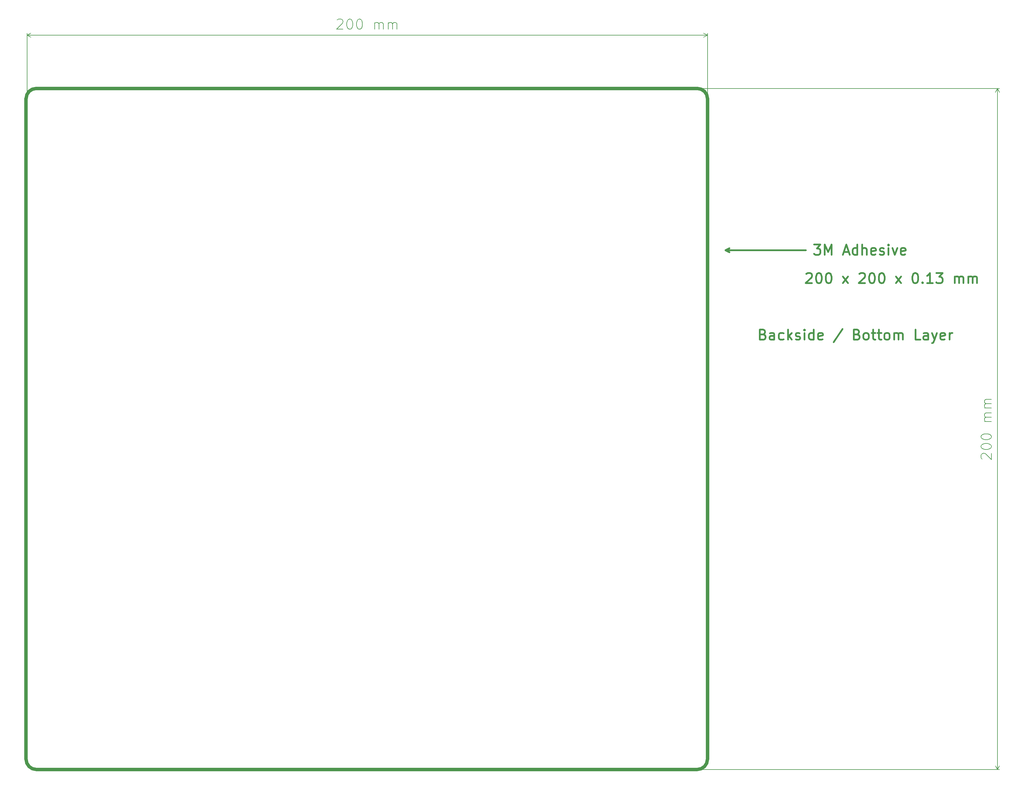
<source format=gbr>
%TF.GenerationSoftware,KiCad,Pcbnew,7.0.6*%
%TF.CreationDate,2023-11-21T01:28:58+00:00*%
%TF.ProjectId,HeatedBedFoil,48656174-6564-4426-9564-466f696c2e6b,rev?*%
%TF.SameCoordinates,Original*%
%TF.FileFunction,Other,User*%
%FSLAX46Y46*%
G04 Gerber Fmt 4.6, Leading zero omitted, Abs format (unit mm)*
G04 Created by KiCad (PCBNEW 7.0.6) date 2023-11-21 01:28:58*
%MOMM*%
%LPD*%
G01*
G04 APERTURE LIST*
%ADD10C,1.000000*%
%ADD11C,0.500000*%
%ADD12C,0.150000*%
G04 APERTURE END LIST*
D10*
X237000000Y-240000000D02*
X43000000Y-240000000D01*
X43000000Y-40000000D02*
G75*
G03*
X40000000Y-43000000I0J-3000000D01*
G01*
X40000000Y-237000000D02*
G75*
G03*
X43000000Y-240000000I3000000J0D01*
G01*
X237000000Y-240000000D02*
G75*
G03*
X240000000Y-237000000I0J3000000D01*
G01*
X43000000Y-40000000D02*
X237000000Y-40000000D01*
X40000000Y-237000000D02*
X40000000Y-43000000D01*
X240000000Y-43000000D02*
G75*
G03*
X237000000Y-40000000I-3000000J0D01*
G01*
X240000000Y-43000000D02*
X240000000Y-237000000D01*
D11*
X256343232Y-112235428D02*
X256771804Y-112378285D01*
X256771804Y-112378285D02*
X256914661Y-112521142D01*
X256914661Y-112521142D02*
X257057518Y-112806857D01*
X257057518Y-112806857D02*
X257057518Y-113235428D01*
X257057518Y-113235428D02*
X256914661Y-113521142D01*
X256914661Y-113521142D02*
X256771804Y-113664000D01*
X256771804Y-113664000D02*
X256486089Y-113806857D01*
X256486089Y-113806857D02*
X255343232Y-113806857D01*
X255343232Y-113806857D02*
X255343232Y-110806857D01*
X255343232Y-110806857D02*
X256343232Y-110806857D01*
X256343232Y-110806857D02*
X256628947Y-110949714D01*
X256628947Y-110949714D02*
X256771804Y-111092571D01*
X256771804Y-111092571D02*
X256914661Y-111378285D01*
X256914661Y-111378285D02*
X256914661Y-111664000D01*
X256914661Y-111664000D02*
X256771804Y-111949714D01*
X256771804Y-111949714D02*
X256628947Y-112092571D01*
X256628947Y-112092571D02*
X256343232Y-112235428D01*
X256343232Y-112235428D02*
X255343232Y-112235428D01*
X259628947Y-113806857D02*
X259628947Y-112235428D01*
X259628947Y-112235428D02*
X259486089Y-111949714D01*
X259486089Y-111949714D02*
X259200375Y-111806857D01*
X259200375Y-111806857D02*
X258628947Y-111806857D01*
X258628947Y-111806857D02*
X258343232Y-111949714D01*
X259628947Y-113664000D02*
X259343232Y-113806857D01*
X259343232Y-113806857D02*
X258628947Y-113806857D01*
X258628947Y-113806857D02*
X258343232Y-113664000D01*
X258343232Y-113664000D02*
X258200375Y-113378285D01*
X258200375Y-113378285D02*
X258200375Y-113092571D01*
X258200375Y-113092571D02*
X258343232Y-112806857D01*
X258343232Y-112806857D02*
X258628947Y-112664000D01*
X258628947Y-112664000D02*
X259343232Y-112664000D01*
X259343232Y-112664000D02*
X259628947Y-112521142D01*
X262343233Y-113664000D02*
X262057518Y-113806857D01*
X262057518Y-113806857D02*
X261486090Y-113806857D01*
X261486090Y-113806857D02*
X261200375Y-113664000D01*
X261200375Y-113664000D02*
X261057518Y-113521142D01*
X261057518Y-113521142D02*
X260914661Y-113235428D01*
X260914661Y-113235428D02*
X260914661Y-112378285D01*
X260914661Y-112378285D02*
X261057518Y-112092571D01*
X261057518Y-112092571D02*
X261200375Y-111949714D01*
X261200375Y-111949714D02*
X261486090Y-111806857D01*
X261486090Y-111806857D02*
X262057518Y-111806857D01*
X262057518Y-111806857D02*
X262343233Y-111949714D01*
X263628947Y-113806857D02*
X263628947Y-110806857D01*
X263914662Y-112664000D02*
X264771804Y-113806857D01*
X264771804Y-111806857D02*
X263628947Y-112949714D01*
X265914661Y-113664000D02*
X266200375Y-113806857D01*
X266200375Y-113806857D02*
X266771804Y-113806857D01*
X266771804Y-113806857D02*
X267057518Y-113664000D01*
X267057518Y-113664000D02*
X267200375Y-113378285D01*
X267200375Y-113378285D02*
X267200375Y-113235428D01*
X267200375Y-113235428D02*
X267057518Y-112949714D01*
X267057518Y-112949714D02*
X266771804Y-112806857D01*
X266771804Y-112806857D02*
X266343233Y-112806857D01*
X266343233Y-112806857D02*
X266057518Y-112664000D01*
X266057518Y-112664000D02*
X265914661Y-112378285D01*
X265914661Y-112378285D02*
X265914661Y-112235428D01*
X265914661Y-112235428D02*
X266057518Y-111949714D01*
X266057518Y-111949714D02*
X266343233Y-111806857D01*
X266343233Y-111806857D02*
X266771804Y-111806857D01*
X266771804Y-111806857D02*
X267057518Y-111949714D01*
X268486089Y-113806857D02*
X268486089Y-111806857D01*
X268486089Y-110806857D02*
X268343232Y-110949714D01*
X268343232Y-110949714D02*
X268486089Y-111092571D01*
X268486089Y-111092571D02*
X268628946Y-110949714D01*
X268628946Y-110949714D02*
X268486089Y-110806857D01*
X268486089Y-110806857D02*
X268486089Y-111092571D01*
X271200375Y-113806857D02*
X271200375Y-110806857D01*
X271200375Y-113664000D02*
X270914660Y-113806857D01*
X270914660Y-113806857D02*
X270343232Y-113806857D01*
X270343232Y-113806857D02*
X270057517Y-113664000D01*
X270057517Y-113664000D02*
X269914660Y-113521142D01*
X269914660Y-113521142D02*
X269771803Y-113235428D01*
X269771803Y-113235428D02*
X269771803Y-112378285D01*
X269771803Y-112378285D02*
X269914660Y-112092571D01*
X269914660Y-112092571D02*
X270057517Y-111949714D01*
X270057517Y-111949714D02*
X270343232Y-111806857D01*
X270343232Y-111806857D02*
X270914660Y-111806857D01*
X270914660Y-111806857D02*
X271200375Y-111949714D01*
X273771803Y-113664000D02*
X273486089Y-113806857D01*
X273486089Y-113806857D02*
X272914661Y-113806857D01*
X272914661Y-113806857D02*
X272628946Y-113664000D01*
X272628946Y-113664000D02*
X272486089Y-113378285D01*
X272486089Y-113378285D02*
X272486089Y-112235428D01*
X272486089Y-112235428D02*
X272628946Y-111949714D01*
X272628946Y-111949714D02*
X272914661Y-111806857D01*
X272914661Y-111806857D02*
X273486089Y-111806857D01*
X273486089Y-111806857D02*
X273771803Y-111949714D01*
X273771803Y-111949714D02*
X273914661Y-112235428D01*
X273914661Y-112235428D02*
X273914661Y-112521142D01*
X273914661Y-112521142D02*
X272486089Y-112806857D01*
X279628946Y-110664000D02*
X277057518Y-114521142D01*
X283914660Y-112235428D02*
X284343232Y-112378285D01*
X284343232Y-112378285D02*
X284486089Y-112521142D01*
X284486089Y-112521142D02*
X284628946Y-112806857D01*
X284628946Y-112806857D02*
X284628946Y-113235428D01*
X284628946Y-113235428D02*
X284486089Y-113521142D01*
X284486089Y-113521142D02*
X284343232Y-113664000D01*
X284343232Y-113664000D02*
X284057517Y-113806857D01*
X284057517Y-113806857D02*
X282914660Y-113806857D01*
X282914660Y-113806857D02*
X282914660Y-110806857D01*
X282914660Y-110806857D02*
X283914660Y-110806857D01*
X283914660Y-110806857D02*
X284200375Y-110949714D01*
X284200375Y-110949714D02*
X284343232Y-111092571D01*
X284343232Y-111092571D02*
X284486089Y-111378285D01*
X284486089Y-111378285D02*
X284486089Y-111664000D01*
X284486089Y-111664000D02*
X284343232Y-111949714D01*
X284343232Y-111949714D02*
X284200375Y-112092571D01*
X284200375Y-112092571D02*
X283914660Y-112235428D01*
X283914660Y-112235428D02*
X282914660Y-112235428D01*
X286343232Y-113806857D02*
X286057517Y-113664000D01*
X286057517Y-113664000D02*
X285914660Y-113521142D01*
X285914660Y-113521142D02*
X285771803Y-113235428D01*
X285771803Y-113235428D02*
X285771803Y-112378285D01*
X285771803Y-112378285D02*
X285914660Y-112092571D01*
X285914660Y-112092571D02*
X286057517Y-111949714D01*
X286057517Y-111949714D02*
X286343232Y-111806857D01*
X286343232Y-111806857D02*
X286771803Y-111806857D01*
X286771803Y-111806857D02*
X287057517Y-111949714D01*
X287057517Y-111949714D02*
X287200375Y-112092571D01*
X287200375Y-112092571D02*
X287343232Y-112378285D01*
X287343232Y-112378285D02*
X287343232Y-113235428D01*
X287343232Y-113235428D02*
X287200375Y-113521142D01*
X287200375Y-113521142D02*
X287057517Y-113664000D01*
X287057517Y-113664000D02*
X286771803Y-113806857D01*
X286771803Y-113806857D02*
X286343232Y-113806857D01*
X288200375Y-111806857D02*
X289343232Y-111806857D01*
X288628946Y-110806857D02*
X288628946Y-113378285D01*
X288628946Y-113378285D02*
X288771803Y-113664000D01*
X288771803Y-113664000D02*
X289057518Y-113806857D01*
X289057518Y-113806857D02*
X289343232Y-113806857D01*
X289914661Y-111806857D02*
X291057518Y-111806857D01*
X290343232Y-110806857D02*
X290343232Y-113378285D01*
X290343232Y-113378285D02*
X290486089Y-113664000D01*
X290486089Y-113664000D02*
X290771804Y-113806857D01*
X290771804Y-113806857D02*
X291057518Y-113806857D01*
X292486090Y-113806857D02*
X292200375Y-113664000D01*
X292200375Y-113664000D02*
X292057518Y-113521142D01*
X292057518Y-113521142D02*
X291914661Y-113235428D01*
X291914661Y-113235428D02*
X291914661Y-112378285D01*
X291914661Y-112378285D02*
X292057518Y-112092571D01*
X292057518Y-112092571D02*
X292200375Y-111949714D01*
X292200375Y-111949714D02*
X292486090Y-111806857D01*
X292486090Y-111806857D02*
X292914661Y-111806857D01*
X292914661Y-111806857D02*
X293200375Y-111949714D01*
X293200375Y-111949714D02*
X293343233Y-112092571D01*
X293343233Y-112092571D02*
X293486090Y-112378285D01*
X293486090Y-112378285D02*
X293486090Y-113235428D01*
X293486090Y-113235428D02*
X293343233Y-113521142D01*
X293343233Y-113521142D02*
X293200375Y-113664000D01*
X293200375Y-113664000D02*
X292914661Y-113806857D01*
X292914661Y-113806857D02*
X292486090Y-113806857D01*
X294771804Y-113806857D02*
X294771804Y-111806857D01*
X294771804Y-112092571D02*
X294914661Y-111949714D01*
X294914661Y-111949714D02*
X295200376Y-111806857D01*
X295200376Y-111806857D02*
X295628947Y-111806857D01*
X295628947Y-111806857D02*
X295914661Y-111949714D01*
X295914661Y-111949714D02*
X296057519Y-112235428D01*
X296057519Y-112235428D02*
X296057519Y-113806857D01*
X296057519Y-112235428D02*
X296200376Y-111949714D01*
X296200376Y-111949714D02*
X296486090Y-111806857D01*
X296486090Y-111806857D02*
X296914661Y-111806857D01*
X296914661Y-111806857D02*
X297200376Y-111949714D01*
X297200376Y-111949714D02*
X297343233Y-112235428D01*
X297343233Y-112235428D02*
X297343233Y-113806857D01*
X302486090Y-113806857D02*
X301057518Y-113806857D01*
X301057518Y-113806857D02*
X301057518Y-110806857D01*
X304771804Y-113806857D02*
X304771804Y-112235428D01*
X304771804Y-112235428D02*
X304628946Y-111949714D01*
X304628946Y-111949714D02*
X304343232Y-111806857D01*
X304343232Y-111806857D02*
X303771804Y-111806857D01*
X303771804Y-111806857D02*
X303486089Y-111949714D01*
X304771804Y-113664000D02*
X304486089Y-113806857D01*
X304486089Y-113806857D02*
X303771804Y-113806857D01*
X303771804Y-113806857D02*
X303486089Y-113664000D01*
X303486089Y-113664000D02*
X303343232Y-113378285D01*
X303343232Y-113378285D02*
X303343232Y-113092571D01*
X303343232Y-113092571D02*
X303486089Y-112806857D01*
X303486089Y-112806857D02*
X303771804Y-112664000D01*
X303771804Y-112664000D02*
X304486089Y-112664000D01*
X304486089Y-112664000D02*
X304771804Y-112521142D01*
X305914661Y-111806857D02*
X306628947Y-113806857D01*
X307343232Y-111806857D02*
X306628947Y-113806857D01*
X306628947Y-113806857D02*
X306343232Y-114521142D01*
X306343232Y-114521142D02*
X306200375Y-114664000D01*
X306200375Y-114664000D02*
X305914661Y-114806857D01*
X309628946Y-113664000D02*
X309343232Y-113806857D01*
X309343232Y-113806857D02*
X308771804Y-113806857D01*
X308771804Y-113806857D02*
X308486089Y-113664000D01*
X308486089Y-113664000D02*
X308343232Y-113378285D01*
X308343232Y-113378285D02*
X308343232Y-112235428D01*
X308343232Y-112235428D02*
X308486089Y-111949714D01*
X308486089Y-111949714D02*
X308771804Y-111806857D01*
X308771804Y-111806857D02*
X309343232Y-111806857D01*
X309343232Y-111806857D02*
X309628946Y-111949714D01*
X309628946Y-111949714D02*
X309771804Y-112235428D01*
X309771804Y-112235428D02*
X309771804Y-112521142D01*
X309771804Y-112521142D02*
X308343232Y-112806857D01*
X311057518Y-113806857D02*
X311057518Y-111806857D01*
X311057518Y-112378285D02*
X311200375Y-112092571D01*
X311200375Y-112092571D02*
X311343233Y-111949714D01*
X311343233Y-111949714D02*
X311628947Y-111806857D01*
X311628947Y-111806857D02*
X311914661Y-111806857D01*
X269000375Y-94492571D02*
X269143232Y-94349714D01*
X269143232Y-94349714D02*
X269428947Y-94206857D01*
X269428947Y-94206857D02*
X270143232Y-94206857D01*
X270143232Y-94206857D02*
X270428947Y-94349714D01*
X270428947Y-94349714D02*
X270571804Y-94492571D01*
X270571804Y-94492571D02*
X270714661Y-94778285D01*
X270714661Y-94778285D02*
X270714661Y-95064000D01*
X270714661Y-95064000D02*
X270571804Y-95492571D01*
X270571804Y-95492571D02*
X268857518Y-97206857D01*
X268857518Y-97206857D02*
X270714661Y-97206857D01*
X272571804Y-94206857D02*
X272857518Y-94206857D01*
X272857518Y-94206857D02*
X273143232Y-94349714D01*
X273143232Y-94349714D02*
X273286090Y-94492571D01*
X273286090Y-94492571D02*
X273428947Y-94778285D01*
X273428947Y-94778285D02*
X273571804Y-95349714D01*
X273571804Y-95349714D02*
X273571804Y-96064000D01*
X273571804Y-96064000D02*
X273428947Y-96635428D01*
X273428947Y-96635428D02*
X273286090Y-96921142D01*
X273286090Y-96921142D02*
X273143232Y-97064000D01*
X273143232Y-97064000D02*
X272857518Y-97206857D01*
X272857518Y-97206857D02*
X272571804Y-97206857D01*
X272571804Y-97206857D02*
X272286090Y-97064000D01*
X272286090Y-97064000D02*
X272143232Y-96921142D01*
X272143232Y-96921142D02*
X272000375Y-96635428D01*
X272000375Y-96635428D02*
X271857518Y-96064000D01*
X271857518Y-96064000D02*
X271857518Y-95349714D01*
X271857518Y-95349714D02*
X272000375Y-94778285D01*
X272000375Y-94778285D02*
X272143232Y-94492571D01*
X272143232Y-94492571D02*
X272286090Y-94349714D01*
X272286090Y-94349714D02*
X272571804Y-94206857D01*
X275428947Y-94206857D02*
X275714661Y-94206857D01*
X275714661Y-94206857D02*
X276000375Y-94349714D01*
X276000375Y-94349714D02*
X276143233Y-94492571D01*
X276143233Y-94492571D02*
X276286090Y-94778285D01*
X276286090Y-94778285D02*
X276428947Y-95349714D01*
X276428947Y-95349714D02*
X276428947Y-96064000D01*
X276428947Y-96064000D02*
X276286090Y-96635428D01*
X276286090Y-96635428D02*
X276143233Y-96921142D01*
X276143233Y-96921142D02*
X276000375Y-97064000D01*
X276000375Y-97064000D02*
X275714661Y-97206857D01*
X275714661Y-97206857D02*
X275428947Y-97206857D01*
X275428947Y-97206857D02*
X275143233Y-97064000D01*
X275143233Y-97064000D02*
X275000375Y-96921142D01*
X275000375Y-96921142D02*
X274857518Y-96635428D01*
X274857518Y-96635428D02*
X274714661Y-96064000D01*
X274714661Y-96064000D02*
X274714661Y-95349714D01*
X274714661Y-95349714D02*
X274857518Y-94778285D01*
X274857518Y-94778285D02*
X275000375Y-94492571D01*
X275000375Y-94492571D02*
X275143233Y-94349714D01*
X275143233Y-94349714D02*
X275428947Y-94206857D01*
X279714661Y-97206857D02*
X281286090Y-95206857D01*
X279714661Y-95206857D02*
X281286090Y-97206857D01*
X284571803Y-94492571D02*
X284714660Y-94349714D01*
X284714660Y-94349714D02*
X285000375Y-94206857D01*
X285000375Y-94206857D02*
X285714660Y-94206857D01*
X285714660Y-94206857D02*
X286000375Y-94349714D01*
X286000375Y-94349714D02*
X286143232Y-94492571D01*
X286143232Y-94492571D02*
X286286089Y-94778285D01*
X286286089Y-94778285D02*
X286286089Y-95064000D01*
X286286089Y-95064000D02*
X286143232Y-95492571D01*
X286143232Y-95492571D02*
X284428946Y-97206857D01*
X284428946Y-97206857D02*
X286286089Y-97206857D01*
X288143232Y-94206857D02*
X288428946Y-94206857D01*
X288428946Y-94206857D02*
X288714660Y-94349714D01*
X288714660Y-94349714D02*
X288857518Y-94492571D01*
X288857518Y-94492571D02*
X289000375Y-94778285D01*
X289000375Y-94778285D02*
X289143232Y-95349714D01*
X289143232Y-95349714D02*
X289143232Y-96064000D01*
X289143232Y-96064000D02*
X289000375Y-96635428D01*
X289000375Y-96635428D02*
X288857518Y-96921142D01*
X288857518Y-96921142D02*
X288714660Y-97064000D01*
X288714660Y-97064000D02*
X288428946Y-97206857D01*
X288428946Y-97206857D02*
X288143232Y-97206857D01*
X288143232Y-97206857D02*
X287857518Y-97064000D01*
X287857518Y-97064000D02*
X287714660Y-96921142D01*
X287714660Y-96921142D02*
X287571803Y-96635428D01*
X287571803Y-96635428D02*
X287428946Y-96064000D01*
X287428946Y-96064000D02*
X287428946Y-95349714D01*
X287428946Y-95349714D02*
X287571803Y-94778285D01*
X287571803Y-94778285D02*
X287714660Y-94492571D01*
X287714660Y-94492571D02*
X287857518Y-94349714D01*
X287857518Y-94349714D02*
X288143232Y-94206857D01*
X291000375Y-94206857D02*
X291286089Y-94206857D01*
X291286089Y-94206857D02*
X291571803Y-94349714D01*
X291571803Y-94349714D02*
X291714661Y-94492571D01*
X291714661Y-94492571D02*
X291857518Y-94778285D01*
X291857518Y-94778285D02*
X292000375Y-95349714D01*
X292000375Y-95349714D02*
X292000375Y-96064000D01*
X292000375Y-96064000D02*
X291857518Y-96635428D01*
X291857518Y-96635428D02*
X291714661Y-96921142D01*
X291714661Y-96921142D02*
X291571803Y-97064000D01*
X291571803Y-97064000D02*
X291286089Y-97206857D01*
X291286089Y-97206857D02*
X291000375Y-97206857D01*
X291000375Y-97206857D02*
X290714661Y-97064000D01*
X290714661Y-97064000D02*
X290571803Y-96921142D01*
X290571803Y-96921142D02*
X290428946Y-96635428D01*
X290428946Y-96635428D02*
X290286089Y-96064000D01*
X290286089Y-96064000D02*
X290286089Y-95349714D01*
X290286089Y-95349714D02*
X290428946Y-94778285D01*
X290428946Y-94778285D02*
X290571803Y-94492571D01*
X290571803Y-94492571D02*
X290714661Y-94349714D01*
X290714661Y-94349714D02*
X291000375Y-94206857D01*
X295286089Y-97206857D02*
X296857518Y-95206857D01*
X295286089Y-95206857D02*
X296857518Y-97206857D01*
X300857517Y-94206857D02*
X301143231Y-94206857D01*
X301143231Y-94206857D02*
X301428945Y-94349714D01*
X301428945Y-94349714D02*
X301571803Y-94492571D01*
X301571803Y-94492571D02*
X301714660Y-94778285D01*
X301714660Y-94778285D02*
X301857517Y-95349714D01*
X301857517Y-95349714D02*
X301857517Y-96064000D01*
X301857517Y-96064000D02*
X301714660Y-96635428D01*
X301714660Y-96635428D02*
X301571803Y-96921142D01*
X301571803Y-96921142D02*
X301428945Y-97064000D01*
X301428945Y-97064000D02*
X301143231Y-97206857D01*
X301143231Y-97206857D02*
X300857517Y-97206857D01*
X300857517Y-97206857D02*
X300571803Y-97064000D01*
X300571803Y-97064000D02*
X300428945Y-96921142D01*
X300428945Y-96921142D02*
X300286088Y-96635428D01*
X300286088Y-96635428D02*
X300143231Y-96064000D01*
X300143231Y-96064000D02*
X300143231Y-95349714D01*
X300143231Y-95349714D02*
X300286088Y-94778285D01*
X300286088Y-94778285D02*
X300428945Y-94492571D01*
X300428945Y-94492571D02*
X300571803Y-94349714D01*
X300571803Y-94349714D02*
X300857517Y-94206857D01*
X303143231Y-96921142D02*
X303286088Y-97064000D01*
X303286088Y-97064000D02*
X303143231Y-97206857D01*
X303143231Y-97206857D02*
X303000374Y-97064000D01*
X303000374Y-97064000D02*
X303143231Y-96921142D01*
X303143231Y-96921142D02*
X303143231Y-97206857D01*
X306143231Y-97206857D02*
X304428945Y-97206857D01*
X305286088Y-97206857D02*
X305286088Y-94206857D01*
X305286088Y-94206857D02*
X305000374Y-94635428D01*
X305000374Y-94635428D02*
X304714659Y-94921142D01*
X304714659Y-94921142D02*
X304428945Y-95064000D01*
X307143231Y-94206857D02*
X309000374Y-94206857D01*
X309000374Y-94206857D02*
X308000374Y-95349714D01*
X308000374Y-95349714D02*
X308428945Y-95349714D01*
X308428945Y-95349714D02*
X308714660Y-95492571D01*
X308714660Y-95492571D02*
X308857517Y-95635428D01*
X308857517Y-95635428D02*
X309000374Y-95921142D01*
X309000374Y-95921142D02*
X309000374Y-96635428D01*
X309000374Y-96635428D02*
X308857517Y-96921142D01*
X308857517Y-96921142D02*
X308714660Y-97064000D01*
X308714660Y-97064000D02*
X308428945Y-97206857D01*
X308428945Y-97206857D02*
X307571802Y-97206857D01*
X307571802Y-97206857D02*
X307286088Y-97064000D01*
X307286088Y-97064000D02*
X307143231Y-96921142D01*
X312571802Y-97206857D02*
X312571802Y-95206857D01*
X312571802Y-95492571D02*
X312714659Y-95349714D01*
X312714659Y-95349714D02*
X313000374Y-95206857D01*
X313000374Y-95206857D02*
X313428945Y-95206857D01*
X313428945Y-95206857D02*
X313714659Y-95349714D01*
X313714659Y-95349714D02*
X313857517Y-95635428D01*
X313857517Y-95635428D02*
X313857517Y-97206857D01*
X313857517Y-95635428D02*
X314000374Y-95349714D01*
X314000374Y-95349714D02*
X314286088Y-95206857D01*
X314286088Y-95206857D02*
X314714659Y-95206857D01*
X314714659Y-95206857D02*
X315000374Y-95349714D01*
X315000374Y-95349714D02*
X315143231Y-95635428D01*
X315143231Y-95635428D02*
X315143231Y-97206857D01*
X316571802Y-97206857D02*
X316571802Y-95206857D01*
X316571802Y-95492571D02*
X316714659Y-95349714D01*
X316714659Y-95349714D02*
X317000374Y-95206857D01*
X317000374Y-95206857D02*
X317428945Y-95206857D01*
X317428945Y-95206857D02*
X317714659Y-95349714D01*
X317714659Y-95349714D02*
X317857517Y-95635428D01*
X317857517Y-95635428D02*
X317857517Y-97206857D01*
X317857517Y-95635428D02*
X318000374Y-95349714D01*
X318000374Y-95349714D02*
X318286088Y-95206857D01*
X318286088Y-95206857D02*
X318714659Y-95206857D01*
X318714659Y-95206857D02*
X319000374Y-95349714D01*
X319000374Y-95349714D02*
X319143231Y-95635428D01*
X319143231Y-95635428D02*
X319143231Y-97206857D01*
D12*
X131292857Y-19915771D02*
X131435714Y-19772914D01*
X131435714Y-19772914D02*
X131721429Y-19630057D01*
X131721429Y-19630057D02*
X132435714Y-19630057D01*
X132435714Y-19630057D02*
X132721429Y-19772914D01*
X132721429Y-19772914D02*
X132864286Y-19915771D01*
X132864286Y-19915771D02*
X133007143Y-20201485D01*
X133007143Y-20201485D02*
X133007143Y-20487200D01*
X133007143Y-20487200D02*
X132864286Y-20915771D01*
X132864286Y-20915771D02*
X131150000Y-22630057D01*
X131150000Y-22630057D02*
X133007143Y-22630057D01*
X134864286Y-19630057D02*
X135150000Y-19630057D01*
X135150000Y-19630057D02*
X135435714Y-19772914D01*
X135435714Y-19772914D02*
X135578572Y-19915771D01*
X135578572Y-19915771D02*
X135721429Y-20201485D01*
X135721429Y-20201485D02*
X135864286Y-20772914D01*
X135864286Y-20772914D02*
X135864286Y-21487200D01*
X135864286Y-21487200D02*
X135721429Y-22058628D01*
X135721429Y-22058628D02*
X135578572Y-22344342D01*
X135578572Y-22344342D02*
X135435714Y-22487200D01*
X135435714Y-22487200D02*
X135150000Y-22630057D01*
X135150000Y-22630057D02*
X134864286Y-22630057D01*
X134864286Y-22630057D02*
X134578572Y-22487200D01*
X134578572Y-22487200D02*
X134435714Y-22344342D01*
X134435714Y-22344342D02*
X134292857Y-22058628D01*
X134292857Y-22058628D02*
X134150000Y-21487200D01*
X134150000Y-21487200D02*
X134150000Y-20772914D01*
X134150000Y-20772914D02*
X134292857Y-20201485D01*
X134292857Y-20201485D02*
X134435714Y-19915771D01*
X134435714Y-19915771D02*
X134578572Y-19772914D01*
X134578572Y-19772914D02*
X134864286Y-19630057D01*
X137721429Y-19630057D02*
X138007143Y-19630057D01*
X138007143Y-19630057D02*
X138292857Y-19772914D01*
X138292857Y-19772914D02*
X138435715Y-19915771D01*
X138435715Y-19915771D02*
X138578572Y-20201485D01*
X138578572Y-20201485D02*
X138721429Y-20772914D01*
X138721429Y-20772914D02*
X138721429Y-21487200D01*
X138721429Y-21487200D02*
X138578572Y-22058628D01*
X138578572Y-22058628D02*
X138435715Y-22344342D01*
X138435715Y-22344342D02*
X138292857Y-22487200D01*
X138292857Y-22487200D02*
X138007143Y-22630057D01*
X138007143Y-22630057D02*
X137721429Y-22630057D01*
X137721429Y-22630057D02*
X137435715Y-22487200D01*
X137435715Y-22487200D02*
X137292857Y-22344342D01*
X137292857Y-22344342D02*
X137150000Y-22058628D01*
X137150000Y-22058628D02*
X137007143Y-21487200D01*
X137007143Y-21487200D02*
X137007143Y-20772914D01*
X137007143Y-20772914D02*
X137150000Y-20201485D01*
X137150000Y-20201485D02*
X137292857Y-19915771D01*
X137292857Y-19915771D02*
X137435715Y-19772914D01*
X137435715Y-19772914D02*
X137721429Y-19630057D01*
X142292857Y-22630057D02*
X142292857Y-20630057D01*
X142292857Y-20915771D02*
X142435714Y-20772914D01*
X142435714Y-20772914D02*
X142721429Y-20630057D01*
X142721429Y-20630057D02*
X143150000Y-20630057D01*
X143150000Y-20630057D02*
X143435714Y-20772914D01*
X143435714Y-20772914D02*
X143578572Y-21058628D01*
X143578572Y-21058628D02*
X143578572Y-22630057D01*
X143578572Y-21058628D02*
X143721429Y-20772914D01*
X143721429Y-20772914D02*
X144007143Y-20630057D01*
X144007143Y-20630057D02*
X144435714Y-20630057D01*
X144435714Y-20630057D02*
X144721429Y-20772914D01*
X144721429Y-20772914D02*
X144864286Y-21058628D01*
X144864286Y-21058628D02*
X144864286Y-22630057D01*
X146292857Y-22630057D02*
X146292857Y-20630057D01*
X146292857Y-20915771D02*
X146435714Y-20772914D01*
X146435714Y-20772914D02*
X146721429Y-20630057D01*
X146721429Y-20630057D02*
X147150000Y-20630057D01*
X147150000Y-20630057D02*
X147435714Y-20772914D01*
X147435714Y-20772914D02*
X147578572Y-21058628D01*
X147578572Y-21058628D02*
X147578572Y-22630057D01*
X147578572Y-21058628D02*
X147721429Y-20772914D01*
X147721429Y-20772914D02*
X148007143Y-20630057D01*
X148007143Y-20630057D02*
X148435714Y-20630057D01*
X148435714Y-20630057D02*
X148721429Y-20772914D01*
X148721429Y-20772914D02*
X148864286Y-21058628D01*
X148864286Y-21058628D02*
X148864286Y-22630057D01*
X240000000Y-149600000D02*
X240000000Y-23813580D01*
X40300000Y-149600000D02*
X40300000Y-23813580D01*
X240000000Y-24400000D02*
X40300000Y-24400000D01*
X240000000Y-24400000D02*
X40300000Y-24400000D01*
X240000000Y-24400000D02*
X238873496Y-24986421D01*
X240000000Y-24400000D02*
X238873496Y-23813579D01*
X40300000Y-24400000D02*
X41426504Y-23813579D01*
X40300000Y-24400000D02*
X41426504Y-24986421D01*
X320615771Y-148857142D02*
X320472914Y-148714285D01*
X320472914Y-148714285D02*
X320330057Y-148428571D01*
X320330057Y-148428571D02*
X320330057Y-147714285D01*
X320330057Y-147714285D02*
X320472914Y-147428571D01*
X320472914Y-147428571D02*
X320615771Y-147285713D01*
X320615771Y-147285713D02*
X320901485Y-147142856D01*
X320901485Y-147142856D02*
X321187200Y-147142856D01*
X321187200Y-147142856D02*
X321615771Y-147285713D01*
X321615771Y-147285713D02*
X323330057Y-148999999D01*
X323330057Y-148999999D02*
X323330057Y-147142856D01*
X320330057Y-145285713D02*
X320330057Y-144999999D01*
X320330057Y-144999999D02*
X320472914Y-144714285D01*
X320472914Y-144714285D02*
X320615771Y-144571428D01*
X320615771Y-144571428D02*
X320901485Y-144428570D01*
X320901485Y-144428570D02*
X321472914Y-144285713D01*
X321472914Y-144285713D02*
X322187200Y-144285713D01*
X322187200Y-144285713D02*
X322758628Y-144428570D01*
X322758628Y-144428570D02*
X323044342Y-144571428D01*
X323044342Y-144571428D02*
X323187200Y-144714285D01*
X323187200Y-144714285D02*
X323330057Y-144999999D01*
X323330057Y-144999999D02*
X323330057Y-145285713D01*
X323330057Y-145285713D02*
X323187200Y-145571428D01*
X323187200Y-145571428D02*
X323044342Y-145714285D01*
X323044342Y-145714285D02*
X322758628Y-145857142D01*
X322758628Y-145857142D02*
X322187200Y-145999999D01*
X322187200Y-145999999D02*
X321472914Y-145999999D01*
X321472914Y-145999999D02*
X320901485Y-145857142D01*
X320901485Y-145857142D02*
X320615771Y-145714285D01*
X320615771Y-145714285D02*
X320472914Y-145571428D01*
X320472914Y-145571428D02*
X320330057Y-145285713D01*
X320330057Y-142428570D02*
X320330057Y-142142856D01*
X320330057Y-142142856D02*
X320472914Y-141857142D01*
X320472914Y-141857142D02*
X320615771Y-141714285D01*
X320615771Y-141714285D02*
X320901485Y-141571427D01*
X320901485Y-141571427D02*
X321472914Y-141428570D01*
X321472914Y-141428570D02*
X322187200Y-141428570D01*
X322187200Y-141428570D02*
X322758628Y-141571427D01*
X322758628Y-141571427D02*
X323044342Y-141714285D01*
X323044342Y-141714285D02*
X323187200Y-141857142D01*
X323187200Y-141857142D02*
X323330057Y-142142856D01*
X323330057Y-142142856D02*
X323330057Y-142428570D01*
X323330057Y-142428570D02*
X323187200Y-142714285D01*
X323187200Y-142714285D02*
X323044342Y-142857142D01*
X323044342Y-142857142D02*
X322758628Y-142999999D01*
X322758628Y-142999999D02*
X322187200Y-143142856D01*
X322187200Y-143142856D02*
X321472914Y-143142856D01*
X321472914Y-143142856D02*
X320901485Y-142999999D01*
X320901485Y-142999999D02*
X320615771Y-142857142D01*
X320615771Y-142857142D02*
X320472914Y-142714285D01*
X320472914Y-142714285D02*
X320330057Y-142428570D01*
X323330057Y-137857142D02*
X321330057Y-137857142D01*
X321615771Y-137857142D02*
X321472914Y-137714285D01*
X321472914Y-137714285D02*
X321330057Y-137428570D01*
X321330057Y-137428570D02*
X321330057Y-136999999D01*
X321330057Y-136999999D02*
X321472914Y-136714285D01*
X321472914Y-136714285D02*
X321758628Y-136571428D01*
X321758628Y-136571428D02*
X323330057Y-136571428D01*
X321758628Y-136571428D02*
X321472914Y-136428570D01*
X321472914Y-136428570D02*
X321330057Y-136142856D01*
X321330057Y-136142856D02*
X321330057Y-135714285D01*
X321330057Y-135714285D02*
X321472914Y-135428570D01*
X321472914Y-135428570D02*
X321758628Y-135285713D01*
X321758628Y-135285713D02*
X323330057Y-135285713D01*
X323330057Y-133857142D02*
X321330057Y-133857142D01*
X321615771Y-133857142D02*
X321472914Y-133714285D01*
X321472914Y-133714285D02*
X321330057Y-133428570D01*
X321330057Y-133428570D02*
X321330057Y-132999999D01*
X321330057Y-132999999D02*
X321472914Y-132714285D01*
X321472914Y-132714285D02*
X321758628Y-132571428D01*
X321758628Y-132571428D02*
X323330057Y-132571428D01*
X321758628Y-132571428D02*
X321472914Y-132428570D01*
X321472914Y-132428570D02*
X321330057Y-132142856D01*
X321330057Y-132142856D02*
X321330057Y-131714285D01*
X321330057Y-131714285D02*
X321472914Y-131428570D01*
X321472914Y-131428570D02*
X321758628Y-131285713D01*
X321758628Y-131285713D02*
X323330057Y-131285713D01*
X140500000Y-40000000D02*
X325686420Y-40000000D01*
X140500000Y-240000000D02*
X325686420Y-240000000D01*
X325100000Y-40000000D02*
X325100000Y-240000000D01*
X325100000Y-40000000D02*
X325100000Y-240000000D01*
X325100000Y-40000000D02*
X325686421Y-41126504D01*
X325100000Y-40000000D02*
X324513579Y-41126504D01*
X325100000Y-240000000D02*
X324513579Y-238873496D01*
X325100000Y-240000000D02*
X325686421Y-238873496D01*
D11*
X271300000Y-85861857D02*
X273157143Y-85861857D01*
X273157143Y-85861857D02*
X272157143Y-87004714D01*
X272157143Y-87004714D02*
X272585714Y-87004714D01*
X272585714Y-87004714D02*
X272871429Y-87147571D01*
X272871429Y-87147571D02*
X273014286Y-87290428D01*
X273014286Y-87290428D02*
X273157143Y-87576142D01*
X273157143Y-87576142D02*
X273157143Y-88290428D01*
X273157143Y-88290428D02*
X273014286Y-88576142D01*
X273014286Y-88576142D02*
X272871429Y-88719000D01*
X272871429Y-88719000D02*
X272585714Y-88861857D01*
X272585714Y-88861857D02*
X271728571Y-88861857D01*
X271728571Y-88861857D02*
X271442857Y-88719000D01*
X271442857Y-88719000D02*
X271300000Y-88576142D01*
X274442857Y-88861857D02*
X274442857Y-85861857D01*
X274442857Y-85861857D02*
X275442857Y-88004714D01*
X275442857Y-88004714D02*
X276442857Y-85861857D01*
X276442857Y-85861857D02*
X276442857Y-88861857D01*
X280014285Y-88004714D02*
X281442857Y-88004714D01*
X279728571Y-88861857D02*
X280728571Y-85861857D01*
X280728571Y-85861857D02*
X281728571Y-88861857D01*
X284014286Y-88861857D02*
X284014286Y-85861857D01*
X284014286Y-88719000D02*
X283728571Y-88861857D01*
X283728571Y-88861857D02*
X283157143Y-88861857D01*
X283157143Y-88861857D02*
X282871428Y-88719000D01*
X282871428Y-88719000D02*
X282728571Y-88576142D01*
X282728571Y-88576142D02*
X282585714Y-88290428D01*
X282585714Y-88290428D02*
X282585714Y-87433285D01*
X282585714Y-87433285D02*
X282728571Y-87147571D01*
X282728571Y-87147571D02*
X282871428Y-87004714D01*
X282871428Y-87004714D02*
X283157143Y-86861857D01*
X283157143Y-86861857D02*
X283728571Y-86861857D01*
X283728571Y-86861857D02*
X284014286Y-87004714D01*
X285442857Y-88861857D02*
X285442857Y-85861857D01*
X286728572Y-88861857D02*
X286728572Y-87290428D01*
X286728572Y-87290428D02*
X286585714Y-87004714D01*
X286585714Y-87004714D02*
X286300000Y-86861857D01*
X286300000Y-86861857D02*
X285871429Y-86861857D01*
X285871429Y-86861857D02*
X285585714Y-87004714D01*
X285585714Y-87004714D02*
X285442857Y-87147571D01*
X289300000Y-88719000D02*
X289014286Y-88861857D01*
X289014286Y-88861857D02*
X288442858Y-88861857D01*
X288442858Y-88861857D02*
X288157143Y-88719000D01*
X288157143Y-88719000D02*
X288014286Y-88433285D01*
X288014286Y-88433285D02*
X288014286Y-87290428D01*
X288014286Y-87290428D02*
X288157143Y-87004714D01*
X288157143Y-87004714D02*
X288442858Y-86861857D01*
X288442858Y-86861857D02*
X289014286Y-86861857D01*
X289014286Y-86861857D02*
X289300000Y-87004714D01*
X289300000Y-87004714D02*
X289442858Y-87290428D01*
X289442858Y-87290428D02*
X289442858Y-87576142D01*
X289442858Y-87576142D02*
X288014286Y-87861857D01*
X290585715Y-88719000D02*
X290871429Y-88861857D01*
X290871429Y-88861857D02*
X291442858Y-88861857D01*
X291442858Y-88861857D02*
X291728572Y-88719000D01*
X291728572Y-88719000D02*
X291871429Y-88433285D01*
X291871429Y-88433285D02*
X291871429Y-88290428D01*
X291871429Y-88290428D02*
X291728572Y-88004714D01*
X291728572Y-88004714D02*
X291442858Y-87861857D01*
X291442858Y-87861857D02*
X291014287Y-87861857D01*
X291014287Y-87861857D02*
X290728572Y-87719000D01*
X290728572Y-87719000D02*
X290585715Y-87433285D01*
X290585715Y-87433285D02*
X290585715Y-87290428D01*
X290585715Y-87290428D02*
X290728572Y-87004714D01*
X290728572Y-87004714D02*
X291014287Y-86861857D01*
X291014287Y-86861857D02*
X291442858Y-86861857D01*
X291442858Y-86861857D02*
X291728572Y-87004714D01*
X293157143Y-88861857D02*
X293157143Y-86861857D01*
X293157143Y-85861857D02*
X293014286Y-86004714D01*
X293014286Y-86004714D02*
X293157143Y-86147571D01*
X293157143Y-86147571D02*
X293300000Y-86004714D01*
X293300000Y-86004714D02*
X293157143Y-85861857D01*
X293157143Y-85861857D02*
X293157143Y-86147571D01*
X294300000Y-86861857D02*
X295014286Y-88861857D01*
X295014286Y-88861857D02*
X295728571Y-86861857D01*
X298014285Y-88719000D02*
X297728571Y-88861857D01*
X297728571Y-88861857D02*
X297157143Y-88861857D01*
X297157143Y-88861857D02*
X296871428Y-88719000D01*
X296871428Y-88719000D02*
X296728571Y-88433285D01*
X296728571Y-88433285D02*
X296728571Y-87290428D01*
X296728571Y-87290428D02*
X296871428Y-87004714D01*
X296871428Y-87004714D02*
X297157143Y-86861857D01*
X297157143Y-86861857D02*
X297728571Y-86861857D01*
X297728571Y-86861857D02*
X298014285Y-87004714D01*
X298014285Y-87004714D02*
X298157143Y-87290428D01*
X298157143Y-87290428D02*
X298157143Y-87576142D01*
X298157143Y-87576142D02*
X296728571Y-87861857D01*
X245300000Y-87500000D02*
X268921429Y-87500000D01*
X245300000Y-87500000D02*
X246426504Y-86913579D01*
X245300000Y-87500000D02*
X246426504Y-88086421D01*
X245300000Y-87500000D02*
X268921429Y-87500000D01*
X245300000Y-87500000D02*
X246426504Y-86913579D01*
X245300000Y-87500000D02*
X246426504Y-88086421D01*
M02*

</source>
